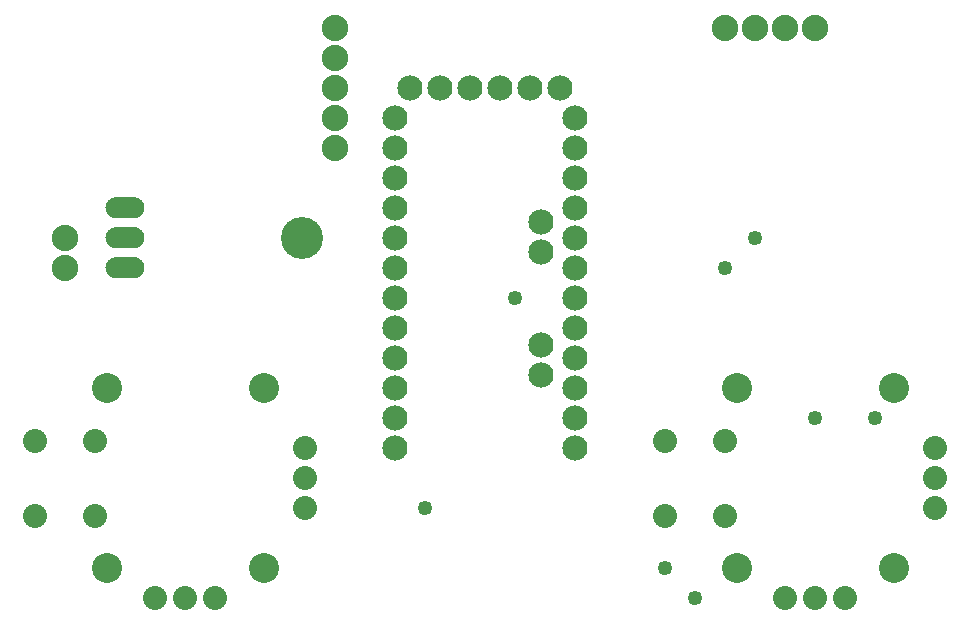
<source format=gts>
G04 MADE WITH FRITZING*
G04 WWW.FRITZING.ORG*
G04 DOUBLE SIDED*
G04 HOLES PLATED*
G04 CONTOUR ON CENTER OF CONTOUR VECTOR*
%ASAXBY*%
%FSLAX23Y23*%
%MOIN*%
%OFA0B0*%
%SFA1.0B1.0*%
%ADD10C,0.088000*%
%ADD11C,0.100000*%
%ADD12C,0.080000*%
%ADD13C,0.070000*%
%ADD14C,0.140000*%
%ADD15C,0.084000*%
%ADD16C,0.049370*%
%ADD17R,0.001000X0.001000*%
%LNMASK1*%
G90*
G70*
G54D10*
X1071Y1654D03*
X1071Y1754D03*
X1071Y1854D03*
X1071Y1954D03*
X1071Y2054D03*
G54D11*
X309Y254D03*
X309Y854D03*
X834Y854D03*
X834Y254D03*
G54D12*
X971Y654D03*
X971Y554D03*
X971Y454D03*
X571Y154D03*
X671Y154D03*
X471Y154D03*
X271Y679D03*
X271Y429D03*
X71Y429D03*
X71Y679D03*
G54D11*
X309Y254D03*
X309Y854D03*
X834Y854D03*
X834Y254D03*
G54D12*
X971Y654D03*
X971Y554D03*
X971Y454D03*
X571Y154D03*
X671Y154D03*
X471Y154D03*
X271Y679D03*
X271Y429D03*
X71Y429D03*
X71Y679D03*
G54D13*
X371Y1454D03*
X371Y1354D03*
X371Y1254D03*
G54D14*
X961Y1354D03*
G54D13*
X371Y1454D03*
X371Y1354D03*
X371Y1254D03*
G54D14*
X961Y1354D03*
G54D15*
X1821Y1854D03*
X1721Y1854D03*
X1621Y1854D03*
X1521Y1854D03*
X1421Y1854D03*
X1321Y1854D03*
X1756Y1309D03*
X1756Y1409D03*
X1756Y899D03*
X1756Y999D03*
X1871Y1754D03*
X1871Y1654D03*
X1871Y1554D03*
X1871Y1454D03*
X1871Y1354D03*
X1871Y1254D03*
X1871Y1154D03*
X1871Y1054D03*
X1871Y954D03*
X1871Y854D03*
X1871Y754D03*
X1871Y654D03*
X1271Y654D03*
X1271Y754D03*
X1271Y854D03*
X1271Y954D03*
X1271Y1054D03*
X1271Y1154D03*
X1271Y1254D03*
X1271Y1354D03*
X1271Y1454D03*
X1271Y1554D03*
X1271Y1654D03*
X1271Y1754D03*
G54D10*
X171Y1254D03*
X171Y1354D03*
G54D16*
X2271Y154D03*
G54D10*
X2371Y2054D03*
X2471Y2054D03*
X2571Y2054D03*
X2671Y2054D03*
G54D16*
X1371Y454D03*
X2371Y1254D03*
X2871Y754D03*
X2471Y1354D03*
X2671Y754D03*
X2171Y254D03*
G54D11*
X2409Y254D03*
X2409Y854D03*
X2934Y854D03*
X2934Y254D03*
G54D12*
X3071Y654D03*
X3071Y554D03*
X3071Y454D03*
X2671Y154D03*
X2771Y154D03*
X2571Y154D03*
X2371Y679D03*
X2371Y429D03*
X2171Y429D03*
X2171Y679D03*
G54D11*
X2409Y254D03*
X2409Y854D03*
X2934Y854D03*
X2934Y254D03*
G54D12*
X3071Y654D03*
X3071Y554D03*
X3071Y454D03*
X2671Y154D03*
X2771Y154D03*
X2571Y154D03*
X2371Y679D03*
X2371Y429D03*
X2171Y429D03*
X2171Y679D03*
G54D16*
X1671Y1154D03*
G54D17*
X341Y1490D02*
X401Y1490D01*
X333Y1489D02*
X408Y1489D01*
X330Y1488D02*
X412Y1488D01*
X327Y1487D02*
X414Y1487D01*
X325Y1486D02*
X416Y1486D01*
X324Y1485D02*
X418Y1485D01*
X322Y1484D02*
X420Y1484D01*
X320Y1483D02*
X421Y1483D01*
X319Y1482D02*
X423Y1482D01*
X318Y1481D02*
X424Y1481D01*
X317Y1480D02*
X425Y1480D01*
X316Y1479D02*
X426Y1479D01*
X315Y1478D02*
X427Y1478D01*
X314Y1477D02*
X428Y1477D01*
X313Y1476D02*
X428Y1476D01*
X313Y1475D02*
X429Y1475D01*
X312Y1474D02*
X430Y1474D01*
X312Y1473D02*
X430Y1473D01*
X311Y1472D02*
X431Y1472D01*
X310Y1471D02*
X431Y1471D01*
X310Y1470D02*
X370Y1470D01*
X372Y1470D02*
X432Y1470D01*
X309Y1469D02*
X365Y1469D01*
X377Y1469D02*
X432Y1469D01*
X309Y1468D02*
X363Y1468D01*
X379Y1468D02*
X433Y1468D01*
X309Y1467D02*
X361Y1467D01*
X380Y1467D02*
X433Y1467D01*
X308Y1466D02*
X360Y1466D01*
X382Y1466D02*
X434Y1466D01*
X308Y1465D02*
X359Y1465D01*
X383Y1465D02*
X434Y1465D01*
X308Y1464D02*
X358Y1464D01*
X383Y1464D02*
X434Y1464D01*
X307Y1463D02*
X358Y1463D01*
X384Y1463D02*
X434Y1463D01*
X307Y1462D02*
X357Y1462D01*
X385Y1462D02*
X435Y1462D01*
X307Y1461D02*
X357Y1461D01*
X385Y1461D02*
X435Y1461D01*
X307Y1460D02*
X356Y1460D01*
X386Y1460D02*
X435Y1460D01*
X307Y1459D02*
X356Y1459D01*
X386Y1459D02*
X435Y1459D01*
X307Y1458D02*
X356Y1458D01*
X386Y1458D02*
X435Y1458D01*
X307Y1457D02*
X356Y1457D01*
X386Y1457D02*
X435Y1457D01*
X306Y1456D02*
X355Y1456D01*
X386Y1456D02*
X435Y1456D01*
X306Y1455D02*
X355Y1455D01*
X386Y1455D02*
X435Y1455D01*
X306Y1454D02*
X355Y1454D01*
X386Y1454D02*
X435Y1454D01*
X307Y1453D02*
X356Y1453D01*
X386Y1453D02*
X435Y1453D01*
X307Y1452D02*
X356Y1452D01*
X386Y1452D02*
X435Y1452D01*
X307Y1451D02*
X356Y1451D01*
X386Y1451D02*
X435Y1451D01*
X307Y1450D02*
X356Y1450D01*
X386Y1450D02*
X435Y1450D01*
X307Y1449D02*
X357Y1449D01*
X385Y1449D02*
X435Y1449D01*
X307Y1448D02*
X357Y1448D01*
X385Y1448D02*
X435Y1448D01*
X307Y1447D02*
X358Y1447D01*
X384Y1447D02*
X434Y1447D01*
X308Y1446D02*
X358Y1446D01*
X383Y1446D02*
X434Y1446D01*
X308Y1445D02*
X359Y1445D01*
X382Y1445D02*
X434Y1445D01*
X308Y1444D02*
X360Y1444D01*
X381Y1444D02*
X433Y1444D01*
X309Y1443D02*
X361Y1443D01*
X380Y1443D02*
X433Y1443D01*
X309Y1442D02*
X363Y1442D01*
X379Y1442D02*
X433Y1442D01*
X309Y1441D02*
X365Y1441D01*
X377Y1441D02*
X432Y1441D01*
X310Y1440D02*
X432Y1440D01*
X310Y1439D02*
X431Y1439D01*
X311Y1438D02*
X431Y1438D01*
X312Y1437D02*
X430Y1437D01*
X312Y1436D02*
X430Y1436D01*
X313Y1435D02*
X429Y1435D01*
X314Y1434D02*
X428Y1434D01*
X314Y1433D02*
X428Y1433D01*
X315Y1432D02*
X427Y1432D01*
X316Y1431D02*
X426Y1431D01*
X317Y1430D02*
X425Y1430D01*
X318Y1429D02*
X424Y1429D01*
X319Y1428D02*
X423Y1428D01*
X321Y1427D02*
X421Y1427D01*
X322Y1426D02*
X420Y1426D01*
X324Y1425D02*
X418Y1425D01*
X325Y1424D02*
X416Y1424D01*
X328Y1423D02*
X414Y1423D01*
X330Y1422D02*
X412Y1422D01*
X334Y1421D02*
X408Y1421D01*
X340Y1390D02*
X402Y1390D01*
X333Y1389D02*
X409Y1389D01*
X330Y1388D02*
X412Y1388D01*
X327Y1387D02*
X414Y1387D01*
X325Y1386D02*
X417Y1386D01*
X323Y1385D02*
X418Y1385D01*
X322Y1384D02*
X420Y1384D01*
X320Y1383D02*
X421Y1383D01*
X319Y1382D02*
X423Y1382D01*
X318Y1381D02*
X424Y1381D01*
X317Y1380D02*
X425Y1380D01*
X316Y1379D02*
X426Y1379D01*
X315Y1378D02*
X427Y1378D01*
X314Y1377D02*
X428Y1377D01*
X313Y1376D02*
X428Y1376D01*
X313Y1375D02*
X429Y1375D01*
X312Y1374D02*
X430Y1374D01*
X311Y1373D02*
X430Y1373D01*
X311Y1372D02*
X431Y1372D01*
X310Y1371D02*
X431Y1371D01*
X310Y1370D02*
X370Y1370D01*
X372Y1370D02*
X432Y1370D01*
X309Y1369D02*
X365Y1369D01*
X377Y1369D02*
X432Y1369D01*
X309Y1368D02*
X363Y1368D01*
X379Y1368D02*
X433Y1368D01*
X309Y1367D02*
X361Y1367D01*
X380Y1367D02*
X433Y1367D01*
X308Y1366D02*
X360Y1366D01*
X382Y1366D02*
X434Y1366D01*
X308Y1365D02*
X359Y1365D01*
X383Y1365D02*
X434Y1365D01*
X308Y1364D02*
X358Y1364D01*
X383Y1364D02*
X434Y1364D01*
X307Y1363D02*
X358Y1363D01*
X384Y1363D02*
X434Y1363D01*
X307Y1362D02*
X357Y1362D01*
X385Y1362D02*
X435Y1362D01*
X307Y1361D02*
X357Y1361D01*
X385Y1361D02*
X435Y1361D01*
X307Y1360D02*
X356Y1360D01*
X386Y1360D02*
X435Y1360D01*
X307Y1359D02*
X356Y1359D01*
X386Y1359D02*
X435Y1359D01*
X307Y1358D02*
X356Y1358D01*
X386Y1358D02*
X435Y1358D01*
X307Y1357D02*
X356Y1357D01*
X386Y1357D02*
X435Y1357D01*
X306Y1356D02*
X355Y1356D01*
X386Y1356D02*
X435Y1356D01*
X306Y1355D02*
X355Y1355D01*
X386Y1355D02*
X435Y1355D01*
X306Y1354D02*
X355Y1354D01*
X386Y1354D02*
X435Y1354D01*
X307Y1353D02*
X356Y1353D01*
X386Y1353D02*
X435Y1353D01*
X307Y1352D02*
X356Y1352D01*
X386Y1352D02*
X435Y1352D01*
X307Y1351D02*
X356Y1351D01*
X386Y1351D02*
X435Y1351D01*
X307Y1350D02*
X356Y1350D01*
X386Y1350D02*
X435Y1350D01*
X307Y1349D02*
X357Y1349D01*
X385Y1349D02*
X435Y1349D01*
X307Y1348D02*
X357Y1348D01*
X385Y1348D02*
X435Y1348D01*
X307Y1347D02*
X358Y1347D01*
X384Y1347D02*
X434Y1347D01*
X308Y1346D02*
X358Y1346D01*
X383Y1346D02*
X434Y1346D01*
X308Y1345D02*
X359Y1345D01*
X382Y1345D02*
X434Y1345D01*
X308Y1344D02*
X360Y1344D01*
X381Y1344D02*
X433Y1344D01*
X309Y1343D02*
X362Y1343D01*
X380Y1343D02*
X433Y1343D01*
X309Y1342D02*
X363Y1342D01*
X379Y1342D02*
X433Y1342D01*
X309Y1341D02*
X365Y1341D01*
X377Y1341D02*
X432Y1341D01*
X310Y1340D02*
X432Y1340D01*
X310Y1339D02*
X431Y1339D01*
X311Y1338D02*
X431Y1338D01*
X312Y1337D02*
X430Y1337D01*
X312Y1336D02*
X430Y1336D01*
X313Y1335D02*
X429Y1335D01*
X314Y1334D02*
X428Y1334D01*
X314Y1333D02*
X428Y1333D01*
X315Y1332D02*
X427Y1332D01*
X316Y1331D02*
X426Y1331D01*
X317Y1330D02*
X425Y1330D01*
X318Y1329D02*
X424Y1329D01*
X319Y1328D02*
X423Y1328D01*
X321Y1327D02*
X421Y1327D01*
X322Y1326D02*
X420Y1326D01*
X324Y1325D02*
X418Y1325D01*
X326Y1324D02*
X416Y1324D01*
X328Y1323D02*
X414Y1323D01*
X330Y1322D02*
X411Y1322D01*
X334Y1321D02*
X408Y1321D01*
X340Y1290D02*
X402Y1290D01*
X333Y1289D02*
X409Y1289D01*
X330Y1288D02*
X412Y1288D01*
X327Y1287D02*
X415Y1287D01*
X325Y1286D02*
X417Y1286D01*
X323Y1285D02*
X418Y1285D01*
X322Y1284D02*
X420Y1284D01*
X320Y1283D02*
X421Y1283D01*
X319Y1282D02*
X423Y1282D01*
X318Y1281D02*
X424Y1281D01*
X317Y1280D02*
X425Y1280D01*
X316Y1279D02*
X426Y1279D01*
X315Y1278D02*
X427Y1278D01*
X314Y1277D02*
X428Y1277D01*
X313Y1276D02*
X428Y1276D01*
X313Y1275D02*
X429Y1275D01*
X312Y1274D02*
X430Y1274D01*
X311Y1273D02*
X430Y1273D01*
X311Y1272D02*
X431Y1272D01*
X310Y1271D02*
X431Y1271D01*
X310Y1270D02*
X369Y1270D01*
X372Y1270D02*
X432Y1270D01*
X309Y1269D02*
X365Y1269D01*
X377Y1269D02*
X432Y1269D01*
X309Y1268D02*
X363Y1268D01*
X379Y1268D02*
X433Y1268D01*
X309Y1267D02*
X361Y1267D01*
X380Y1267D02*
X433Y1267D01*
X308Y1266D02*
X360Y1266D01*
X382Y1266D02*
X434Y1266D01*
X308Y1265D02*
X359Y1265D01*
X383Y1265D02*
X434Y1265D01*
X308Y1264D02*
X358Y1264D01*
X383Y1264D02*
X434Y1264D01*
X307Y1263D02*
X358Y1263D01*
X384Y1263D02*
X434Y1263D01*
X307Y1262D02*
X357Y1262D01*
X385Y1262D02*
X435Y1262D01*
X307Y1261D02*
X357Y1261D01*
X385Y1261D02*
X435Y1261D01*
X307Y1260D02*
X356Y1260D01*
X386Y1260D02*
X435Y1260D01*
X307Y1259D02*
X356Y1259D01*
X386Y1259D02*
X435Y1259D01*
X307Y1258D02*
X356Y1258D01*
X386Y1258D02*
X435Y1258D01*
X307Y1257D02*
X356Y1257D01*
X386Y1257D02*
X435Y1257D01*
X306Y1256D02*
X355Y1256D01*
X386Y1256D02*
X435Y1256D01*
X306Y1255D02*
X355Y1255D01*
X386Y1255D02*
X435Y1255D01*
X306Y1254D02*
X355Y1254D01*
X386Y1254D02*
X435Y1254D01*
X307Y1253D02*
X356Y1253D01*
X386Y1253D02*
X435Y1253D01*
X307Y1252D02*
X356Y1252D01*
X386Y1252D02*
X435Y1252D01*
X307Y1251D02*
X356Y1251D01*
X386Y1251D02*
X435Y1251D01*
X307Y1250D02*
X356Y1250D01*
X386Y1250D02*
X435Y1250D01*
X307Y1249D02*
X357Y1249D01*
X385Y1249D02*
X435Y1249D01*
X307Y1248D02*
X357Y1248D01*
X385Y1248D02*
X435Y1248D01*
X307Y1247D02*
X358Y1247D01*
X384Y1247D02*
X434Y1247D01*
X308Y1246D02*
X359Y1246D01*
X383Y1246D02*
X434Y1246D01*
X308Y1245D02*
X359Y1245D01*
X382Y1245D02*
X434Y1245D01*
X308Y1244D02*
X360Y1244D01*
X381Y1244D02*
X433Y1244D01*
X309Y1243D02*
X362Y1243D01*
X380Y1243D02*
X433Y1243D01*
X309Y1242D02*
X363Y1242D01*
X379Y1242D02*
X433Y1242D01*
X309Y1241D02*
X365Y1241D01*
X377Y1241D02*
X432Y1241D01*
X310Y1240D02*
X432Y1240D01*
X310Y1239D02*
X431Y1239D01*
X311Y1238D02*
X431Y1238D01*
X312Y1237D02*
X430Y1237D01*
X312Y1236D02*
X430Y1236D01*
X313Y1235D02*
X429Y1235D01*
X314Y1234D02*
X428Y1234D01*
X314Y1233D02*
X427Y1233D01*
X315Y1232D02*
X427Y1232D01*
X316Y1231D02*
X426Y1231D01*
X317Y1230D02*
X425Y1230D01*
X318Y1229D02*
X424Y1229D01*
X319Y1228D02*
X422Y1228D01*
X321Y1227D02*
X421Y1227D01*
X322Y1226D02*
X420Y1226D01*
X324Y1225D02*
X418Y1225D01*
X326Y1224D02*
X416Y1224D01*
X328Y1223D02*
X414Y1223D01*
X330Y1222D02*
X411Y1222D01*
X334Y1221D02*
X408Y1221D01*
D02*
G04 End of Mask1*
M02*
</source>
